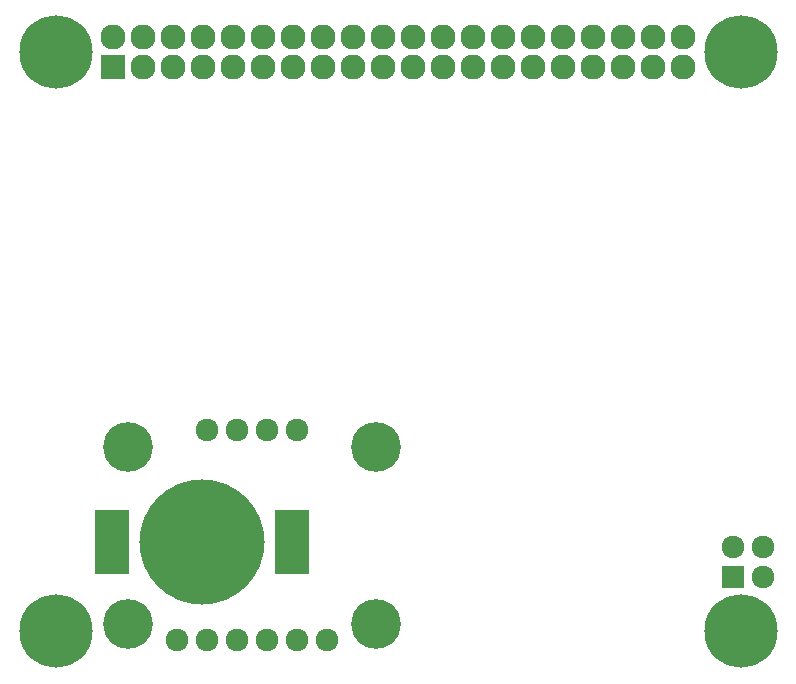
<source format=gbs>
G04 #@! TF.FileFunction,Soldermask,Bot*
%FSLAX46Y46*%
G04 Gerber Fmt 4.6, Leading zero omitted, Abs format (unit mm)*
G04 Created by KiCad (PCBNEW 4.0.4+e1-6308~48~ubuntu15.10.1-stable) date Sun Apr 23 18:13:47 2017*
%MOMM*%
%LPD*%
G01*
G04 APERTURE LIST*
%ADD10C,0.100000*%
%ADD11C,6.200000*%
%ADD12R,1.924000X1.924000*%
%ADD13C,1.924000*%
%ADD14R,2.127200X2.127200*%
%ADD15O,2.127200X2.127200*%
%ADD16R,2.900000X5.500000*%
%ADD17C,10.600000*%
%ADD18C,4.210000*%
G04 APERTURE END LIST*
D10*
D11*
X114998000Y-113919000D03*
X114998000Y-64919000D03*
X172998000Y-64919000D03*
X172998000Y-113919000D03*
D12*
X172330000Y-109370000D03*
D13*
X172330000Y-106830000D03*
X174870000Y-109370000D03*
X174870000Y-106830000D03*
D14*
X119868000Y-66189000D03*
D15*
X119868000Y-63649000D03*
X122408000Y-66189000D03*
X122408000Y-63649000D03*
X124948000Y-66189000D03*
X124948000Y-63649000D03*
X127488000Y-66189000D03*
X127488000Y-63649000D03*
X130028000Y-66189000D03*
X130028000Y-63649000D03*
X132568000Y-66189000D03*
X132568000Y-63649000D03*
X135108000Y-66189000D03*
X135108000Y-63649000D03*
X137648000Y-66189000D03*
X137648000Y-63649000D03*
X140188000Y-66189000D03*
X140188000Y-63649000D03*
X142728000Y-66189000D03*
X142728000Y-63649000D03*
X145268000Y-66189000D03*
X145268000Y-63649000D03*
X147808000Y-66189000D03*
X147808000Y-63649000D03*
X150348000Y-66189000D03*
X150348000Y-63649000D03*
X152888000Y-66189000D03*
X152888000Y-63649000D03*
X155428000Y-66189000D03*
X155428000Y-63649000D03*
X157968000Y-66189000D03*
X157968000Y-63649000D03*
X160508000Y-66189000D03*
X160508000Y-63649000D03*
X163048000Y-66189000D03*
X163048000Y-63649000D03*
X165588000Y-66189000D03*
X165588000Y-63649000D03*
X168128000Y-66189000D03*
X168128000Y-63649000D03*
D16*
X119750000Y-106400000D03*
X135050000Y-106400000D03*
D17*
X127400000Y-106400000D03*
D13*
X132870000Y-96910000D03*
X135410000Y-96910000D03*
X130330000Y-96910000D03*
X127790000Y-96910000D03*
X132870000Y-114690000D03*
X135410000Y-114690000D03*
X137950000Y-114690000D03*
X130330000Y-114690000D03*
X127790000Y-114690000D03*
X125250000Y-114690000D03*
D18*
X142090200Y-98307000D03*
X142090200Y-113293000D03*
X121109800Y-98307000D03*
X121109800Y-113293000D03*
M02*

</source>
